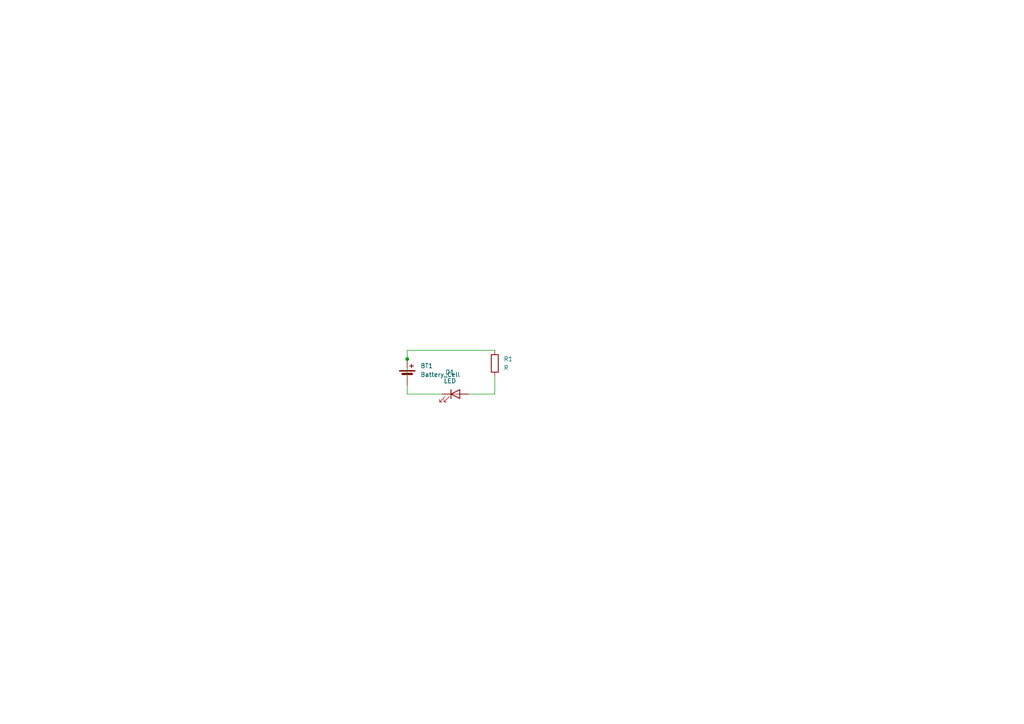
<source format=kicad_sch>
(kicad_sch (version 20231120) (generator "eeschema") (generator_version "8.0")
  (paper "A4")
  (lib_symbols
    (symbol "Device:Battery_Cell" (pin_numbers hide) (pin_names (offset 0) hide)
      (property "Reference" "BT" (at 2.54 2.54 0))
      (property "Value" "Battery_Cell" (at 2.54 0 0))
      (symbol "Battery_Cell_0_1"
        (rectangle (start -2.286 1.778) (end 2.286 1.524) (fill (type outline)))
        (rectangle (start -1.524 1.016) (end 1.524 0.508) (fill (type outline)))
        (polyline (pts (xy 0 0.762) (xy 0 0)))
        (polyline (pts (xy 0 1.778) (xy 0 2.54)))
        (polyline (pts (xy 0.762 3.048) (xy 1.778 3.048)) (stroke (width 0.254)))
        (polyline (pts (xy 1.27 3.556) (xy 1.27 2.54)) (stroke (width 0.254)))
      )
      (symbol "Battery_Cell_1_1"
        (pin passive line (at 0 5.08 270) (length 2.54) (name "+") (number "1"))
        (pin passive line (at 0 -2.54 90) (length 2.54) (name "-") (number "2"))
      )
    )
    (symbol "Device:LED" (pin_numbers hide) (pin_names (offset 1.016) hide)
      (property "Reference" "D" (at 0 2.54 0))
      (property "Value" "LED" (at 0 -2.54 0))
      (symbol "LED_0_1"
        (polyline (pts (xy -1.27 -1.27) (xy -1.27 1.27)) (stroke (width 0.254)))
        (polyline (pts (xy -1.27 0) (xy 1.27 0)))
        (polyline (pts (xy 1.27 -1.27) (xy 1.27 1.27) (xy -1.27 0) (xy 1.27 -1.27)) (stroke (width 0.254)))
        (polyline (pts (xy -3.048 -0.762) (xy -4.572 -2.286) (xy -3.81 -2.286) (xy -4.572 -2.286) (xy -4.572 -1.524)))
        (polyline (pts (xy -1.778 -0.762) (xy -3.302 -2.286) (xy -2.54 -2.286) (xy -3.302 -2.286) (xy -3.302 -1.524)))
      )
      (symbol "LED_1_1"
        (pin passive line (at -3.81 0 0) (length 2.54) (name "K") (number "1"))
        (pin passive line (at 3.81 0 180) (length 2.54) (name "A") (number "2"))
      )
    )
    (symbol "Device:R" (pin_numbers hide) (pin_names (offset 0))
      (property "Reference" "R" (at 2.032 0 90))
      (property "Value" "R" (at 0 0 90))
      (symbol "R_0_1"
        (rectangle (start -1.016 -2.54) (end 1.016 2.54) (stroke (width 0.254)))
      )
      (symbol "R_1_1"
        (pin passive line (at 0 3.81 270) (length 1.27) (name "~") (number "1"))
        (pin passive line (at 0 -3.81 90) (length 1.27) (name "~") (number "2"))
      )
    )
  )
  (junction (at 118.11 104.14))
  (wire (pts (xy 118.11 104.14) (xy 118.11 101.6)))
  (wire (pts (xy 118.11 101.6) (xy 143.51 101.6)))
  (wire (pts (xy 118.11 114.3) (xy 118.11 111.76)))
  (wire (pts (xy 143.51 114.3) (xy 135.89 114.3)))
  (wire (pts (xy 143.51 109.22) (xy 143.51 114.3)))
  (wire (pts (xy 118.11 109.22) (xy 118.11 104.14)))
  (wire (pts (xy 128.27 114.3) (xy 118.11 114.3)))
  (symbol (lib_id "Device:LED") (at 132.08 114.3 0) (unit 1)
    (property "Reference" "D1" (at 130.4925 107.95 0))
    (property "Value" "LED" (at 130.4925 110.49 0))
    (property "Footprint" "LED_SMD:LED_0805_2012Metric_Pad1.15x1.40mm_HandSolder" (effects (hide yes)))
    (property "Description" "Light emitting diode" (effects (hide yes)))
  )
  (symbol (lib_id "Device:Battery_Cell") (at 118.11 109.22 0) (unit 1)
    (property "Reference" "BT1" (at 121.92 106.1084 0) (effects (justify left)))
    (property "Value" "Battery_Cell" (at 121.92 108.6484 0) (effects (justify left)))
    (property "Footprint" "FS_3_Global_Footprint_Library:MS621FE-FL11E_SEC" (effects (hide yes)))
    (property "Description" "Single-cell battery" (effects (hide yes)))
  )
  (symbol (lib_id "Device:R") (at 143.51 105.41 180) (unit 1)
    (property "Reference" "R1" (at 146.05 104.1399 0) (effects (justify right)))
    (property "Value" "R" (at 146.05 106.6799 0) (effects (justify right)))
    (property "Footprint" "Resistor_SMD:R_0805_2012Metric_Pad1.20x1.40mm_HandSolder" (effects (hide yes)))
    (property "Description" "Resistor" (effects (hide yes)))
  )
)
</source>
